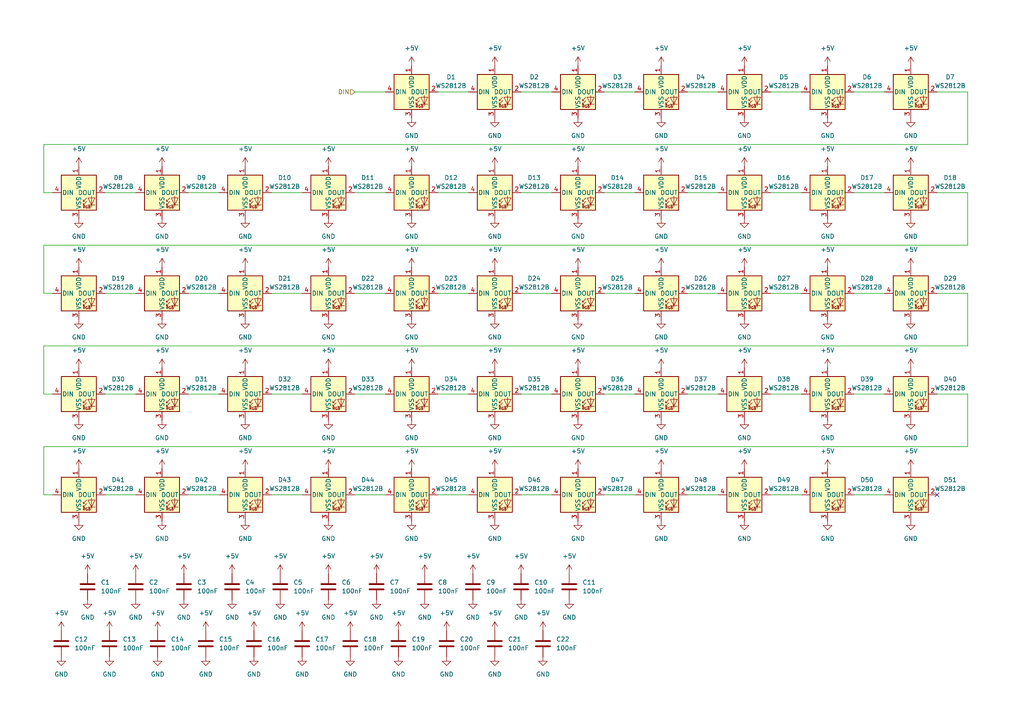
<source format=kicad_sch>
(kicad_sch (version 20211123) (generator eeschema)
  (paper "A4")
  (lib_symbols
    (symbol "Device:C" (pin_numbers hide) (pin_names (offset 0.254))
      (property "Reference" "C" (at 0.635 2.54 0))
      (property "Value" "C" (at 0.635 -2.54 0))
      (symbol "C_0_1"
        (polyline (pts (xy -2.032 -0.762) (xy 2.032 -0.762)) (stroke (width 0.508)))
        (polyline (pts (xy -2.032 0.762) (xy 2.032 0.762)) (stroke (width 0.508)))
      )
      (symbol "C_1_1"
        (pin passive line (at 0 3.81 270) (length 2.794) (name "~") (number "1"))
        (pin passive line (at 0 -3.81 90) (length 2.794) (name "~") (number "2"))
      )
    )
    (symbol "LED:WS2812B" (pin_names (offset 0.254))
      (property "Reference" "D" (at 5.08 5.715 0))
      (property "Value" "WS2812B" (at 1.27 -5.715 0))
      (symbol "WS2812B_0_0"
        (text "RGB" (at 2.286 -4.191 0) (effects (font (size 0.762 0.762))))
      )
      (symbol "WS2812B_0_1"
        (polyline (pts (xy 1.27 -3.556) (xy 1.778 -3.556)))
        (polyline (pts (xy 1.27 -2.54) (xy 1.778 -2.54)))
        (polyline (pts (xy 4.699 -3.556) (xy 2.667 -3.556)))
        (polyline (pts (xy 2.286 -2.54) (xy 1.27 -3.556) (xy 1.27 -3.048)))
        (polyline (pts (xy 2.286 -1.524) (xy 1.27 -2.54) (xy 1.27 -2.032)))
        (polyline (pts (xy 3.683 -1.016) (xy 3.683 -3.556) (xy 3.683 -4.064)))
        (polyline (pts (xy 4.699 -1.524) (xy 2.667 -1.524) (xy 3.683 -3.556) (xy 4.699 -1.524)))
        (rectangle (start 5.08 5.08) (end -5.08 -5.08) (stroke (width 0.254)) (fill (type background)))
      )
      (symbol "WS2812B_1_1"
        (pin power_in line (at 0 7.62 270) (length 2.54) (name "VDD") (number "1"))
        (pin output line (at 7.62 0 180) (length 2.54) (name "DOUT") (number "2"))
        (pin power_in line (at 0 -7.62 90) (length 2.54) (name "VSS") (number "3"))
        (pin input line (at -7.62 0 0) (length 2.54) (name "DIN") (number "4"))
      )
    )
    (symbol "power:+5V" (power) (pin_names (offset 0))
      (property "Value" "+5V" (at 0 3.556 0))
      (symbol "+5V_0_1"
        (polyline (pts (xy -0.762 1.27) (xy 0 2.54)))
        (polyline (pts (xy 0 0) (xy 0 2.54)))
        (polyline (pts (xy 0 2.54) (xy 0.762 1.27)))
      )
      (symbol "+5V_1_1"
        (pin power_in line (at 0 0 90) (length 0) hide (name "+5V") (number "1"))
      )
    )
    (symbol "power:GND" (power) (pin_names (offset 0))
      (property "Value" "GND" (at 0 -3.81 0))
      (symbol "GND_0_1"
        (polyline (pts (xy 0 0) (xy 0 -1.27) (xy 1.27 -1.27) (xy 0 -2.54) (xy -1.27 -1.27) (xy 0 -1.27)))
      )
      (symbol "GND_1_1"
        (pin power_in line (at 0 0 270) (length 0) hide (name "GND") (number "1"))
      )
    )
  )
  (no_connect (at 271.78 143.51))
  (wire (pts (xy 199.39 143.51) (xy 208.28 143.51)))
  (wire (pts (xy 280.67 129.54) (xy 12.7 129.54)))
  (wire (pts (xy 12.7 114.3) (xy 15.24 114.3)))
  (wire (pts (xy 247.65 55.88) (xy 256.54 55.88)))
  (wire (pts (xy 30.48 55.88) (xy 39.37 55.88)))
  (wire (pts (xy 151.13 26.67) (xy 160.02 26.67)))
  (wire (pts (xy 78.74 55.88) (xy 87.63 55.88)))
  (wire (pts (xy 199.39 55.88) (xy 208.28 55.88)))
  (wire (pts (xy 199.39 26.67) (xy 208.28 26.67)))
  (wire (pts (xy 280.67 71.12) (xy 12.7 71.12)))
  (wire (pts (xy 12.7 143.51) (xy 15.24 143.51)))
  (wire (pts (xy 223.52 114.3) (xy 232.41 114.3)))
  (wire (pts (xy 30.48 114.3) (xy 39.37 114.3)))
  (wire (pts (xy 199.39 85.09) (xy 208.28 85.09)))
  (wire (pts (xy 30.48 85.09) (xy 39.37 85.09)))
  (wire (pts (xy 102.87 55.88) (xy 111.76 55.88)))
  (wire (pts (xy 175.26 26.67) (xy 184.15 26.67)))
  (wire (pts (xy 127 85.09) (xy 135.89 85.09)))
  (wire (pts (xy 78.74 143.51) (xy 87.63 143.51)))
  (wire (pts (xy 127 143.51) (xy 135.89 143.51)))
  (wire (pts (xy 280.67 26.67) (xy 280.67 41.91)))
  (wire (pts (xy 102.87 26.67) (xy 111.76 26.67)))
  (wire (pts (xy 12.7 71.12) (xy 12.7 85.09)))
  (wire (pts (xy 199.39 114.3) (xy 208.28 114.3)))
  (wire (pts (xy 247.65 114.3) (xy 256.54 114.3)))
  (wire (pts (xy 12.7 129.54) (xy 12.7 143.51)))
  (wire (pts (xy 54.61 85.09) (xy 63.5 85.09)))
  (wire (pts (xy 12.7 55.88) (xy 15.24 55.88)))
  (wire (pts (xy 271.78 114.3) (xy 280.67 114.3)))
  (wire (pts (xy 280.67 85.09) (xy 280.67 100.33)))
  (wire (pts (xy 280.67 41.91) (xy 12.7 41.91)))
  (wire (pts (xy 280.67 55.88) (xy 280.67 71.12)))
  (wire (pts (xy 102.87 114.3) (xy 111.76 114.3)))
  (wire (pts (xy 78.74 114.3) (xy 87.63 114.3)))
  (wire (pts (xy 30.48 143.51) (xy 39.37 143.51)))
  (wire (pts (xy 223.52 143.51) (xy 232.41 143.51)))
  (wire (pts (xy 223.52 55.88) (xy 232.41 55.88)))
  (wire (pts (xy 175.26 143.51) (xy 184.15 143.51)))
  (wire (pts (xy 102.87 85.09) (xy 111.76 85.09)))
  (wire (pts (xy 12.7 41.91) (xy 12.7 55.88)))
  (wire (pts (xy 247.65 26.67) (xy 256.54 26.67)))
  (wire (pts (xy 280.67 100.33) (xy 12.7 100.33)))
  (wire (pts (xy 127 114.3) (xy 135.89 114.3)))
  (wire (pts (xy 247.65 85.09) (xy 256.54 85.09)))
  (wire (pts (xy 12.7 85.09) (xy 15.24 85.09)))
  (wire (pts (xy 151.13 55.88) (xy 160.02 55.88)))
  (wire (pts (xy 12.7 100.33) (xy 12.7 114.3)))
  (wire (pts (xy 280.67 114.3) (xy 280.67 129.54)))
  (wire (pts (xy 271.78 55.88) (xy 280.67 55.88)))
  (wire (pts (xy 127 55.88) (xy 135.89 55.88)))
  (wire (pts (xy 271.78 85.09) (xy 280.67 85.09)))
  (wire (pts (xy 223.52 26.67) (xy 232.41 26.67)))
  (wire (pts (xy 151.13 114.3) (xy 160.02 114.3)))
  (wire (pts (xy 271.78 26.67) (xy 280.67 26.67)))
  (wire (pts (xy 151.13 85.09) (xy 160.02 85.09)))
  (wire (pts (xy 54.61 55.88) (xy 63.5 55.88)))
  (wire (pts (xy 78.74 85.09) (xy 87.63 85.09)))
  (wire (pts (xy 175.26 85.09) (xy 184.15 85.09)))
  (wire (pts (xy 54.61 114.3) (xy 63.5 114.3)))
  (wire (pts (xy 223.52 85.09) (xy 232.41 85.09)))
  (wire (pts (xy 54.61 143.51) (xy 63.5 143.51)))
  (wire (pts (xy 127 26.67) (xy 135.89 26.67)))
  (wire (pts (xy 151.13 143.51) (xy 160.02 143.51)))
  (wire (pts (xy 175.26 55.88) (xy 184.15 55.88)))
  (wire (pts (xy 247.65 143.51) (xy 256.54 143.51)))
  (wire (pts (xy 175.26 114.3) (xy 184.15 114.3)))
  (wire (pts (xy 102.87 143.51) (xy 111.76 143.51)))
  (hierarchical_label "DIN" (shape input) (at 102.87 26.67 180))
  (symbol (lib_id "power:+5V") (at 215.9 106.68 0) (unit 1)
    (property "Reference" "#PWR067" (effects hide))
    (property "Value" "+5V" (at 215.9 101.6 0))
  )
  (symbol (lib_id "power:GND") (at 25.4 173.99 0) (unit 1)
    (property "Reference" "#PWR0114" (effects hide))
    (property "Value" "GND" (at 25.4 179.07 0))
  )
  (symbol (lib_id "power:GND") (at 240.03 92.71 0) (unit 1)
    (property "Reference" "#PWR057" (effects hide))
    (property "Value" "GND" (at 240.03 97.79 0))
  )
  (symbol (lib_id "power:GND") (at 46.99 121.92 0) (unit 1)
    (property "Reference" "#PWR071" (effects hide))
    (property "Value" "GND" (at 46.99 127 0))
  )
  (symbol (lib_id "Device:C") (at 151.13 170.18 0) (unit 1)
    (property "Reference" "C10" (at 154.94 168.9099 0) (effects (justify left)))
    (property "Value" "100nF" (at 154.94 171.4499 0) (effects (justify left)))
    (property "Footprint" "Capacitor_SMD:C_0603_1608Metric" (effects hide))
  )
  (symbol (lib_id "power:GND") (at 119.38 92.71 0) (unit 1)
    (property "Reference" "#PWR052" (effects hide))
    (property "Value" "GND" (at 119.38 97.79 0))
  )
  (symbol (lib_id "power:+5V") (at 167.64 77.47 0) (unit 1)
    (property "Reference" "#PWR043" (effects hide))
    (property "Value" "+5V" (at 167.64 72.39 0))
  )
  (symbol (lib_id "Device:C") (at 165.1 170.18 0) (unit 1)
    (property "Reference" "C11" (at 168.91 168.9099 0) (effects (justify left)))
    (property "Value" "100nF" (at 168.91 171.4499 0) (effects (justify left)))
    (property "Footprint" "Capacitor_SMD:C_0603_1608Metric" (effects hide))
  )
  (symbol (lib_id "LED:WS2812B") (at 95.25 85.09 0) (unit 1)
    (property "Reference" "D22" (at 106.68 80.7593 0))
    (property "Value" "WS2812B" (at 106.68 83.2993 0))
    (property "Footprint" "LCSC_parts:LED_WS2812B-Mini_3.5x3.5mm" (effects hide))
    (property "Datasheet" "https://cdn-shop.adafruit.com/datasheets/WS2812B.pdf" (effects hide))
  )
  (symbol (lib_id "LED:WS2812B") (at 264.16 55.88 0) (unit 1)
    (property "Reference" "D18" (at 275.59 51.5493 0))
    (property "Value" "WS2812B" (at 275.59 54.0893 0))
    (property "Footprint" "LCSC_parts:LED_WS2812B-Mini_3.5x3.5mm" (effects hide))
    (property "Datasheet" "https://cdn-shop.adafruit.com/datasheets/WS2812B.pdf" (effects hide))
  )
  (symbol (lib_id "power:GND") (at 215.9 151.13 0) (unit 1)
    (property "Reference" "#PWR0100" (effects hide))
    (property "Value" "GND" (at 215.9 156.21 0))
  )
  (symbol (lib_id "LED:WS2812B") (at 240.03 55.88 0) (unit 1)
    (property "Reference" "D17" (at 251.46 51.5493 0))
    (property "Value" "WS2812B" (at 251.46 54.0893 0))
    (property "Footprint" "LCSC_parts:LED_WS2812B-Mini_3.5x3.5mm" (effects hide))
    (property "Datasheet" "https://cdn-shop.adafruit.com/datasheets/WS2812B.pdf" (effects hide))
  )
  (symbol (lib_id "Device:C") (at 115.57 186.69 0) (unit 1)
    (property "Reference" "C19" (at 119.38 185.4199 0) (effects (justify left)))
    (property "Value" "100nF" (at 119.38 187.9599 0) (effects (justify left)))
    (property "Footprint" "Capacitor_SMD:C_0603_1608Metric" (effects hide))
  )
  (symbol (lib_id "power:+5V") (at 215.9 135.89 0) (unit 1)
    (property "Reference" "#PWR089" (effects hide))
    (property "Value" "+5V" (at 215.9 130.81 0))
  )
  (symbol (lib_id "power:+5V") (at 73.66 182.88 0) (unit 1)
    (property "Reference" "#PWR0150" (effects hide))
    (property "Value" "+5V" (at 73.66 177.8 0))
  )
  (symbol (lib_id "power:GND") (at 167.64 151.13 0) (unit 1)
    (property "Reference" "#PWR098" (effects hide))
    (property "Value" "GND" (at 167.64 156.21 0))
  )
  (symbol (lib_id "power:GND") (at 215.9 34.29 0) (unit 1)
    (property "Reference" "#PWR012" (effects hide))
    (property "Value" "GND" (at 215.9 39.37 0))
  )
  (symbol (lib_id "Device:C") (at 39.37 170.18 0) (unit 1)
    (property "Reference" "C2" (at 43.18 168.9099 0) (effects (justify left)))
    (property "Value" "100nF" (at 43.18 171.4499 0) (effects (justify left)))
    (property "Footprint" "Capacitor_SMD:C_0603_1608Metric" (effects hide))
  )
  (symbol (lib_id "power:GND") (at 143.51 190.5 0) (unit 1)
    (property "Reference" "#PWR0166" (effects hide))
    (property "Value" "GND" (at 143.51 195.58 0))
  )
  (symbol (lib_id "power:GND") (at 143.51 151.13 0) (unit 1)
    (property "Reference" "#PWR097" (effects hide))
    (property "Value" "GND" (at 143.51 156.21 0))
  )
  (symbol (lib_id "power:+5V") (at 25.4 166.37 0) (unit 1)
    (property "Reference" "#PWR0103" (effects hide))
    (property "Value" "+5V" (at 25.4 161.29 0))
  )
  (symbol (lib_id "LED:WS2812B") (at 240.03 143.51 0) (unit 1)
    (property "Reference" "D50" (at 251.46 139.1793 0))
    (property "Value" "WS2812B" (at 251.46 141.7193 0))
    (property "Footprint" "LCSC_parts:LED_WS2812B-Mini_3.5x3.5mm" (effects hide))
    (property "Datasheet" "https://cdn-shop.adafruit.com/datasheets/WS2812B.pdf" (effects hide))
  )
  (symbol (lib_id "power:+5V") (at 95.25 48.26 0) (unit 1)
    (property "Reference" "#PWR018" (effects hide))
    (property "Value" "+5V" (at 95.25 43.18 0))
  )
  (symbol (lib_id "LED:WS2812B") (at 143.51 55.88 0) (unit 1)
    (property "Reference" "D13" (at 154.94 51.5493 0))
    (property "Value" "WS2812B" (at 154.94 54.0893 0))
    (property "Footprint" "LCSC_parts:LED_WS2812B-Mini_3.5x3.5mm" (effects hide))
    (property "Datasheet" "https://cdn-shop.adafruit.com/datasheets/WS2812B.pdf" (effects hide))
  )
  (symbol (lib_id "power:+5V") (at 143.51 182.88 0) (unit 1)
    (property "Reference" "#PWR0155" (effects hide))
    (property "Value" "+5V" (at 143.51 177.8 0))
  )
  (symbol (lib_id "LED:WS2812B") (at 46.99 55.88 0) (unit 1)
    (property "Reference" "D9" (at 58.42 51.5493 0))
    (property "Value" "WS2812B" (at 58.42 54.0893 0))
    (property "Footprint" "LCSC_parts:LED_WS2812B-Mini_3.5x3.5mm" (effects hide))
    (property "Datasheet" "https://cdn-shop.adafruit.com/datasheets/WS2812B.pdf" (effects hide))
  )
  (symbol (lib_id "power:GND") (at 191.77 34.29 0) (unit 1)
    (property "Reference" "#PWR011" (effects hide))
    (property "Value" "GND" (at 191.77 39.37 0))
  )
  (symbol (lib_id "power:GND") (at 264.16 63.5 0) (unit 1)
    (property "Reference" "#PWR036" (effects hide))
    (property "Value" "GND" (at 264.16 68.58 0))
  )
  (symbol (lib_id "power:+5V") (at 119.38 77.47 0) (unit 1)
    (property "Reference" "#PWR041" (effects hide))
    (property "Value" "+5V" (at 119.38 72.39 0))
  )
  (symbol (lib_id "power:+5V") (at 191.77 135.89 0) (unit 1)
    (property "Reference" "#PWR088" (effects hide))
    (property "Value" "+5V" (at 191.77 130.81 0))
  )
  (symbol (lib_id "power:+5V") (at 31.75 182.88 0) (unit 1)
    (property "Reference" "#PWR0147" (effects hide))
    (property "Value" "+5V" (at 31.75 177.8 0))
  )
  (symbol (lib_id "power:+5V") (at 191.77 77.47 0) (unit 1)
    (property "Reference" "#PWR044" (effects hide))
    (property "Value" "+5V" (at 191.77 72.39 0))
  )
  (symbol (lib_id "power:GND") (at 95.25 121.92 0) (unit 1)
    (property "Reference" "#PWR073" (effects hide))
    (property "Value" "GND" (at 95.25 127 0))
  )
  (symbol (lib_id "power:+5V") (at 22.86 106.68 0) (unit 1)
    (property "Reference" "#PWR059" (effects hide))
    (property "Value" "+5V" (at 22.86 101.6 0))
  )
  (symbol (lib_id "LED:WS2812B") (at 191.77 26.67 0) (unit 1)
    (property "Reference" "D4" (at 203.2 22.3393 0))
    (property "Value" "WS2812B" (at 203.2 24.8793 0))
    (property "Footprint" "LCSC_parts:LED_WS2812B-Mini_3.5x3.5mm" (effects hide))
    (property "Datasheet" "https://cdn-shop.adafruit.com/datasheets/WS2812B.pdf" (effects hide))
  )
  (symbol (lib_id "LED:WS2812B") (at 167.64 85.09 0) (unit 1)
    (property "Reference" "D25" (at 179.07 80.7593 0))
    (property "Value" "WS2812B" (at 179.07 83.2993 0))
    (property "Footprint" "LCSC_parts:LED_WS2812B-Mini_3.5x3.5mm" (effects hide))
    (property "Datasheet" "https://cdn-shop.adafruit.com/datasheets/WS2812B.pdf" (effects hide))
  )
  (symbol (lib_id "power:GND") (at 119.38 121.92 0) (unit 1)
    (property "Reference" "#PWR074" (effects hide))
    (property "Value" "GND" (at 119.38 127 0))
  )
  (symbol (lib_id "LED:WS2812B") (at 143.51 114.3 0) (unit 1)
    (property "Reference" "D35" (at 154.94 109.9693 0))
    (property "Value" "WS2812B" (at 154.94 112.5093 0))
    (property "Footprint" "LCSC_parts:LED_WS2812B-Mini_3.5x3.5mm" (effects hide))
    (property "Datasheet" "https://cdn-shop.adafruit.com/datasheets/WS2812B.pdf" (effects hide))
  )
  (symbol (lib_id "Device:C") (at 53.34 170.18 0) (unit 1)
    (property "Reference" "C3" (at 57.15 168.9099 0) (effects (justify left)))
    (property "Value" "100nF" (at 57.15 171.4499 0) (effects (justify left)))
    (property "Footprint" "Capacitor_SMD:C_0603_1608Metric" (effects hide))
  )
  (symbol (lib_id "LED:WS2812B") (at 71.12 55.88 0) (unit 1)
    (property "Reference" "D10" (at 82.55 51.5493 0))
    (property "Value" "WS2812B" (at 82.55 54.0893 0))
    (property "Footprint" "LCSC_parts:LED_WS2812B-Mini_3.5x3.5mm" (effects hide))
    (property "Datasheet" "https://cdn-shop.adafruit.com/datasheets/WS2812B.pdf" (effects hide))
  )
  (symbol (lib_id "Device:C") (at 45.72 186.69 0) (unit 1)
    (property "Reference" "C14" (at 49.53 185.4199 0) (effects (justify left)))
    (property "Value" "100nF" (at 49.53 187.9599 0) (effects (justify left)))
    (property "Footprint" "Capacitor_SMD:C_0603_1608Metric" (effects hide))
  )
  (symbol (lib_id "power:GND") (at 46.99 63.5 0) (unit 1)
    (property "Reference" "#PWR027" (effects hide))
    (property "Value" "GND" (at 46.99 68.58 0))
  )
  (symbol (lib_id "power:GND") (at 191.77 121.92 0) (unit 1)
    (property "Reference" "#PWR077" (effects hide))
    (property "Value" "GND" (at 191.77 127 0))
  )
  (symbol (lib_id "power:+5V") (at 191.77 106.68 0) (unit 1)
    (property "Reference" "#PWR066" (effects hide))
    (property "Value" "+5V" (at 191.77 101.6 0))
  )
  (symbol (lib_id "Device:C") (at 67.31 170.18 0) (unit 1)
    (property "Reference" "C4" (at 71.12 168.9099 0) (effects (justify left)))
    (property "Value" "100nF" (at 71.12 171.4499 0) (effects (justify left)))
    (property "Footprint" "Capacitor_SMD:C_0603_1608Metric" (effects hide))
  )
  (symbol (lib_id "Device:C") (at 59.69 186.69 0) (unit 1)
    (property "Reference" "C15" (at 63.5 185.4199 0) (effects (justify left)))
    (property "Value" "100nF" (at 63.5 187.9599 0) (effects (justify left)))
    (property "Footprint" "Capacitor_SMD:C_0603_1608Metric" (effects hide))
  )
  (symbol (lib_id "power:GND") (at 191.77 151.13 0) (unit 1)
    (property "Reference" "#PWR099" (effects hide))
    (property "Value" "GND" (at 191.77 156.21 0))
  )
  (symbol (lib_id "power:+5V") (at 81.28 166.37 0) (unit 1)
    (property "Reference" "#PWR0107" (effects hide))
    (property "Value" "+5V" (at 81.28 161.29 0))
  )
  (symbol (lib_id "power:+5V") (at 264.16 77.47 0) (unit 1)
    (property "Reference" "#PWR047" (effects hide))
    (property "Value" "+5V" (at 264.16 72.39 0))
  )
  (symbol (lib_id "LED:WS2812B") (at 119.38 114.3 0) (unit 1)
    (property "Reference" "D34" (at 130.81 109.9693 0))
    (property "Value" "WS2812B" (at 130.81 112.5093 0))
    (property "Footprint" "LCSC_parts:LED_WS2812B-Mini_3.5x3.5mm" (effects hide))
    (property "Datasheet" "https://cdn-shop.adafruit.com/datasheets/WS2812B.pdf" (effects hide))
  )
  (symbol (lib_id "LED:WS2812B") (at 143.51 143.51 0) (unit 1)
    (property "Reference" "D46" (at 154.94 139.1793 0))
    (property "Value" "WS2812B" (at 154.94 141.7193 0))
    (property "Footprint" "LCSC_parts:LED_WS2812B-Mini_3.5x3.5mm" (effects hide))
    (property "Datasheet" "https://cdn-shop.adafruit.com/datasheets/WS2812B.pdf" (effects hide))
  )
  (symbol (lib_id "power:GND") (at 31.75 190.5 0) (unit 1)
    (property "Reference" "#PWR0158" (effects hide))
    (property "Value" "GND" (at 31.75 195.58 0))
  )
  (symbol (lib_id "power:GND") (at 22.86 151.13 0) (unit 1)
    (property "Reference" "#PWR092" (effects hide))
    (property "Value" "GND" (at 22.86 156.21 0))
  )
  (symbol (lib_id "Device:C") (at 25.4 170.18 0) (unit 1)
    (property "Reference" "C1" (at 29.21 168.9099 0) (effects (justify left)))
    (property "Value" "100nF" (at 29.21 171.4499 0) (effects (justify left)))
    (property "Footprint" "Capacitor_SMD:C_0603_1608Metric" (effects hide))
  )
  (symbol (lib_id "LED:WS2812B") (at 215.9 85.09 0) (unit 1)
    (property "Reference" "D27" (at 227.33 80.7593 0))
    (property "Value" "WS2812B" (at 227.33 83.2993 0))
    (property "Footprint" "LCSC_parts:LED_WS2812B-Mini_3.5x3.5mm" (effects hide))
    (property "Datasheet" "https://cdn-shop.adafruit.com/datasheets/WS2812B.pdf" (effects hide))
  )
  (symbol (lib_id "power:+5V") (at 95.25 77.47 0) (unit 1)
    (property "Reference" "#PWR040" (effects hide))
    (property "Value" "+5V" (at 95.25 72.39 0))
  )
  (symbol (lib_id "Device:C") (at 129.54 186.69 0) (unit 1)
    (property "Reference" "C20" (at 133.35 185.4199 0) (effects (justify left)))
    (property "Value" "100nF" (at 133.35 187.9599 0) (effects (justify left)))
    (property "Footprint" "Capacitor_SMD:C_0603_1608Metric" (effects hide))
  )
  (symbol (lib_id "power:+5V") (at 137.16 166.37 0) (unit 1)
    (property "Reference" "#PWR0111" (effects hide))
    (property "Value" "+5V" (at 137.16 161.29 0))
  )
  (symbol (lib_id "power:+5V") (at 167.64 106.68 0) (unit 1)
    (property "Reference" "#PWR065" (effects hide))
    (property "Value" "+5V" (at 167.64 101.6 0))
  )
  (symbol (lib_id "LED:WS2812B") (at 191.77 143.51 0) (unit 1)
    (property "Reference" "D48" (at 203.2 139.1793 0))
    (property "Value" "WS2812B" (at 203.2 141.7193 0))
    (property "Footprint" "LCSC_parts:LED_WS2812B-Mini_3.5x3.5mm" (effects hide))
    (property "Datasheet" "https://cdn-shop.adafruit.com/datasheets/WS2812B.pdf" (effects hide))
  )
  (symbol (lib_id "power:GND") (at 53.34 173.99 0) (unit 1)
    (property "Reference" "#PWR0116" (effects hide))
    (property "Value" "GND" (at 53.34 179.07 0))
  )
  (symbol (lib_id "LED:WS2812B") (at 119.38 55.88 0) (unit 1)
    (property "Reference" "D12" (at 130.81 51.5493 0))
    (property "Value" "WS2812B" (at 130.81 54.0893 0))
    (property "Footprint" "LCSC_parts:LED_WS2812B-Mini_3.5x3.5mm" (effects hide))
    (property "Datasheet" "https://cdn-shop.adafruit.com/datasheets/WS2812B.pdf" (effects hide))
  )
  (symbol (lib_id "power:+5V") (at 115.57 182.88 0) (unit 1)
    (property "Reference" "#PWR0153" (effects hide))
    (property "Value" "+5V" (at 115.57 177.8 0))
  )
  (symbol (lib_id "power:+5V") (at 264.16 135.89 0) (unit 1)
    (property "Reference" "#PWR091" (effects hide))
    (property "Value" "+5V" (at 264.16 130.81 0))
  )
  (symbol (lib_id "Device:C") (at 157.48 186.69 0) (unit 1)
    (property "Reference" "C22" (at 161.29 185.4199 0) (effects (justify left)))
    (property "Value" "100nF" (at 161.29 187.9599 0) (effects (justify left)))
    (property "Footprint" "Capacitor_SMD:C_0603_1608Metric" (effects hide))
  )
  (symbol (lib_id "LED:WS2812B") (at 191.77 114.3 0) (unit 1)
    (property "Reference" "D37" (at 203.2 109.9693 0))
    (property "Value" "WS2812B" (at 203.2 112.5093 0))
    (property "Footprint" "LCSC_parts:LED_WS2812B-Mini_3.5x3.5mm" (effects hide))
    (property "Datasheet" "https://cdn-shop.adafruit.com/datasheets/WS2812B.pdf" (effects hide))
  )
  (symbol (lib_id "LED:WS2812B") (at 240.03 85.09 0) (unit 1)
    (property "Reference" "D28" (at 251.46 80.7593 0))
    (property "Value" "WS2812B" (at 251.46 83.2993 0))
    (property "Footprint" "LCSC_parts:LED_WS2812B-Mini_3.5x3.5mm" (effects hide))
    (property "Datasheet" "https://cdn-shop.adafruit.com/datasheets/WS2812B.pdf" (effects hide))
  )
  (symbol (lib_id "Device:C") (at 109.22 170.18 0) (unit 1)
    (property "Reference" "C7" (at 113.03 168.9099 0) (effects (justify left)))
    (property "Value" "100nF" (at 113.03 171.4499 0) (effects (justify left)))
    (property "Footprint" "Capacitor_SMD:C_0603_1608Metric" (effects hide))
  )
  (symbol (lib_id "LED:WS2812B") (at 167.64 114.3 0) (unit 1)
    (property "Reference" "D36" (at 179.07 109.9693 0))
    (property "Value" "WS2812B" (at 179.07 112.5093 0))
    (property "Footprint" "LCSC_parts:LED_WS2812B-Mini_3.5x3.5mm" (effects hide))
    (property "Datasheet" "https://cdn-shop.adafruit.com/datasheets/WS2812B.pdf" (effects hide))
  )
  (symbol (lib_id "power:+5V") (at 67.31 166.37 0) (unit 1)
    (property "Reference" "#PWR0106" (effects hide))
    (property "Value" "+5V" (at 67.31 161.29 0))
  )
  (symbol (lib_id "power:+5V") (at 264.16 106.68 0) (unit 1)
    (property "Reference" "#PWR069" (effects hide))
    (property "Value" "+5V" (at 264.16 101.6 0))
  )
  (symbol (lib_id "power:GND") (at 109.22 173.99 0) (unit 1)
    (property "Reference" "#PWR0120" (effects hide))
    (property "Value" "GND" (at 109.22 179.07 0))
  )
  (symbol (lib_id "power:GND") (at 151.13 173.99 0) (unit 1)
    (property "Reference" "#PWR0123" (effects hide))
    (property "Value" "GND" (at 151.13 179.07 0))
  )
  (symbol (lib_id "LED:WS2812B") (at 46.99 85.09 0) (unit 1)
    (property "Reference" "D20" (at 58.42 80.7593 0))
    (property "Value" "WS2812B" (at 58.42 83.2993 0))
    (property "Footprint" "LCSC_parts:LED_WS2812B-Mini_3.5x3.5mm" (effects hide))
    (property "Datasheet" "https://cdn-shop.adafruit.com/datasheets/WS2812B.pdf" (effects hide))
  )
  (symbol (lib_id "power:GND") (at 115.57 190.5 0) (unit 1)
    (property "Reference" "#PWR0164" (effects hide))
    (property "Value" "GND" (at 115.57 195.58 0))
  )
  (symbol (lib_id "power:GND") (at 143.51 63.5 0) (unit 1)
    (property "Reference" "#PWR031" (effects hide))
    (property "Value" "GND" (at 143.51 68.58 0))
  )
  (symbol (lib_id "power:+5V") (at 151.13 166.37 0) (unit 1)
    (property "Reference" "#PWR0112" (effects hide))
    (property "Value" "+5V" (at 151.13 161.29 0))
  )
  (symbol (lib_id "power:+5V") (at 95.25 135.89 0) (unit 1)
    (property "Reference" "#PWR084" (effects hide))
    (property "Value" "+5V" (at 95.25 130.81 0))
  )
  (symbol (lib_id "power:GND") (at 157.48 190.5 0) (unit 1)
    (property "Reference" "#PWR0167" (effects hide))
    (property "Value" "GND" (at 157.48 195.58 0))
  )
  (symbol (lib_id "power:GND") (at 129.54 190.5 0) (unit 1)
    (property "Reference" "#PWR0165" (effects hide))
    (property "Value" "GND" (at 129.54 195.58 0))
  )
  (symbol (lib_id "power:+5V") (at 264.16 48.26 0) (unit 1)
    (property "Reference" "#PWR025" (effects hide))
    (property "Value" "+5V" (at 264.16 43.18 0))
  )
  (symbol (lib_id "LED:WS2812B") (at 240.03 26.67 0) (unit 1)
    (property "Reference" "D6" (at 251.46 22.3393 0))
    (property "Value" "WS2812B" (at 251.46 24.8793 0))
    (property "Footprint" "LCSC_parts:LED_WS2812B-Mini_3.5x3.5mm" (effects hide))
    (property "Datasheet" "https://cdn-shop.adafruit.com/datasheets/WS2812B.pdf" (effects hide))
  )
  (symbol (lib_id "LED:WS2812B") (at 95.25 55.88 0) (unit 1)
    (property "Reference" "D11" (at 106.68 51.5493 0))
    (property "Value" "WS2812B" (at 106.68 54.0893 0))
    (property "Footprint" "LCSC_parts:LED_WS2812B-Mini_3.5x3.5mm" (effects hide))
    (property "Datasheet" "https://cdn-shop.adafruit.com/datasheets/WS2812B.pdf" (effects hide))
  )
  (symbol (lib_id "Device:C") (at 143.51 186.69 0) (unit 1)
    (property "Reference" "C21" (at 147.32 185.4199 0) (effects (justify left)))
    (property "Value" "100nF" (at 147.32 187.9599 0) (effects (justify left)))
    (property "Footprint" "Capacitor_SMD:C_0603_1608Metric" (effects hide))
  )
  (symbol (lib_id "power:GND") (at 95.25 173.99 0) (unit 1)
    (property "Reference" "#PWR0119" (effects hide))
    (property "Value" "GND" (at 95.25 179.07 0))
  )
  (symbol (lib_id "power:GND") (at 95.25 92.71 0) (unit 1)
    (property "Reference" "#PWR051" (effects hide))
    (property "Value" "GND" (at 95.25 97.79 0))
  )
  (symbol (lib_id "power:+5V") (at 215.9 19.05 0) (unit 1)
    (property "Reference" "#PWR05" (effects hide))
    (property "Value" "+5V" (at 215.9 13.97 0))
  )
  (symbol (lib_id "power:GND") (at 17.78 190.5 0) (unit 1)
    (property "Reference" "#PWR0157" (effects hide))
    (property "Value" "GND" (at 17.78 195.58 0))
  )
  (symbol (lib_id "power:+5V") (at 71.12 106.68 0) (unit 1)
    (property "Reference" "#PWR061" (effects hide))
    (property "Value" "+5V" (at 71.12 101.6 0))
  )
  (symbol (lib_id "power:+5V") (at 71.12 77.47 0) (unit 1)
    (property "Reference" "#PWR039" (effects hide))
    (property "Value" "+5V" (at 71.12 72.39 0))
  )
  (symbol (lib_id "LED:WS2812B") (at 46.99 143.51 0) (unit 1)
    (property "Reference" "D42" (at 58.42 139.1793 0))
    (property "Value" "WS2812B" (at 58.42 141.7193 0))
    (property "Footprint" "LCSC_parts:LED_WS2812B-Mini_3.5x3.5mm" (effects hide))
    (property "Datasheet" "https://cdn-shop.adafruit.com/datasheets/WS2812B.pdf" (effects hide))
  )
  (symbol (lib_id "power:GND") (at 39.37 173.99 0) (unit 1)
    (property "Reference" "#PWR0115" (effects hide))
    (property "Value" "GND" (at 39.37 179.07 0))
  )
  (symbol (lib_id "power:GND") (at 167.64 63.5 0) (unit 1)
    (property "Reference" "#PWR032" (effects hide))
    (property "Value" "GND" (at 167.64 68.58 0))
  )
  (symbol (lib_id "power:+5V") (at 119.38 106.68 0) (unit 1)
    (property "Reference" "#PWR063" (effects hide))
    (property "Value" "+5V" (at 119.38 101.6 0))
  )
  (symbol (lib_id "power:+5V") (at 240.03 77.47 0) (unit 1)
    (property "Reference" "#PWR046" (effects hide))
    (property "Value" "+5V" (at 240.03 72.39 0))
  )
  (symbol (lib_id "power:GND") (at 240.03 63.5 0) (unit 1)
    (property "Reference" "#PWR035" (effects hide))
    (property "Value" "GND" (at 240.03 68.58 0))
  )
  (symbol (lib_id "power:+5V") (at 264.16 19.05 0) (unit 1)
    (property "Reference" "#PWR07" (effects hide))
    (property "Value" "+5V" (at 264.16 13.97 0))
  )
  (symbol (lib_id "Device:C") (at 95.25 170.18 0) (unit 1)
    (property "Reference" "C6" (at 99.06 168.9099 0) (effects (justify left)))
    (property "Value" "100nF" (at 99.06 171.4499 0) (effects (justify left)))
    (property "Footprint" "Capacitor_SMD:C_0603_1608Metric" (effects hide))
  )
  (symbol (lib_id "LED:WS2812B") (at 264.16 26.67 0) (unit 1)
    (property "Reference" "D7" (at 275.59 22.3393 0))
    (property "Value" "WS2812B" (at 275.59 24.8793 0))
    (property "Footprint" "LCSC_parts:LED_WS2812B-Mini_3.5x3.5mm" (effects hide))
    (property "Datasheet" "https://cdn-shop.adafruit.com/datasheets/WS2812B.pdf" (effects hide))
  )
  (symbol (lib_id "LED:WS2812B") (at 264.16 143.51 0) (unit 1)
    (property "Reference" "D51" (at 275.59 139.1793 0))
    (property "Value" "WS2812B" (at 275.59 141.7193 0))
    (property "Footprint" "LCSC_parts:LED_WS2812B-Mini_3.5x3.5mm" (effects hide))
    (property "Datasheet" "https://cdn-shop.adafruit.com/datasheets/WS2812B.pdf" (effects hide))
  )
  (symbol (lib_id "power:+5V") (at 109.22 166.37 0) (unit 1)
    (property "Reference" "#PWR0109" (effects hide))
    (property "Value" "+5V" (at 109.22 161.29 0))
  )
  (symbol (lib_id "power:+5V") (at 165.1 166.37 0) (unit 1)
    (property "Reference" "#PWR0113" (effects hide))
    (property "Value" "+5V" (at 165.1 161.29 0))
  )
  (symbol (lib_id "power:+5V") (at 71.12 135.89 0) (unit 1)
    (property "Reference" "#PWR083" (effects hide))
    (property "Value" "+5V" (at 71.12 130.81 0))
  )
  (symbol (lib_id "LED:WS2812B") (at 22.86 55.88 0) (unit 1)
    (property "Reference" "D8" (at 34.29 51.5493 0))
    (property "Value" "WS2812B" (at 34.29 54.0893 0))
    (property "Footprint" "LCSC_parts:LED_WS2812B-Mini_3.5x3.5mm" (effects hide))
    (property "Datasheet" "https://cdn-shop.adafruit.com/datasheets/WS2812B.pdf" (effects hide))
  )
  (symbol (lib_id "power:+5V") (at 240.03 48.26 0) (unit 1)
    (property "Reference" "#PWR024" (effects hide))
    (property "Value" "+5V" (at 240.03 43.18 0))
  )
  (symbol (lib_id "LED:WS2812B") (at 95.25 143.51 0) (unit 1)
    (property "Reference" "D44" (at 106.68 139.1793 0))
    (property "Value" "WS2812B" (at 106.68 141.7193 0))
    (property "Footprint" "LCSC_parts:LED_WS2812B-Mini_3.5x3.5mm" (effects hide))
    (property "Datasheet" "https://cdn-shop.adafruit.com/datasheets/WS2812B.pdf" (effects hide))
  )
  (symbol (lib_id "LED:WS2812B") (at 264.16 85.09 0) (unit 1)
    (property "Reference" "D29" (at 275.59 80.7593 0))
    (property "Value" "WS2812B" (at 275.59 83.2993 0))
    (property "Footprint" "LCSC_parts:LED_WS2812B-Mini_3.5x3.5mm" (effects hide))
    (property "Datasheet" "https://cdn-shop.adafruit.com/datasheets/WS2812B.pdf" (effects hide))
  )
  (symbol (lib_id "power:GND") (at 240.03 151.13 0) (unit 1)
    (property "Reference" "#PWR0101" (effects hide))
    (property "Value" "GND" (at 240.03 156.21 0))
  )
  (symbol (lib_id "power:GND") (at 191.77 63.5 0) (unit 1)
    (property "Reference" "#PWR033" (effects hide))
    (property "Value" "GND" (at 191.77 68.58 0))
  )
  (symbol (lib_id "power:+5V") (at 157.48 182.88 0) (unit 1)
    (property "Reference" "#PWR0156" (effects hide))
    (property "Value" "+5V" (at 157.48 177.8 0))
  )
  (symbol (lib_id "power:GND") (at 240.03 34.29 0) (unit 1)
    (property "Reference" "#PWR013" (effects hide))
    (property "Value" "GND" (at 240.03 39.37 0))
  )
  (symbol (lib_id "power:+5V") (at 167.64 19.05 0) (unit 1)
    (property "Reference" "#PWR03" (effects hide))
    (property "Value" "+5V" (at 167.64 13.97 0))
  )
  (symbol (lib_id "power:GND") (at 46.99 92.71 0) (unit 1)
    (property "Reference" "#PWR049" (effects hide))
    (property "Value" "GND" (at 46.99 97.79 0))
  )
  (symbol (lib_id "power:GND") (at 67.31 173.99 0) (unit 1)
    (property "Reference" "#PWR0117" (effects hide))
    (property "Value" "GND" (at 67.31 179.07 0))
  )
  (symbol (lib_id "LED:WS2812B") (at 119.38 85.09 0) (unit 1)
    (property "Reference" "D23" (at 130.81 80.7593 0))
    (property "Value" "WS2812B" (at 130.81 83.2993 0))
    (property "Footprint" "LCSC_parts:LED_WS2812B-Mini_3.5x3.5mm" (effects hide))
    (property "Datasheet" "https://cdn-shop.adafruit.com/datasheets/WS2812B.pdf" (effects hide))
  )
  (symbol (lib_id "LED:WS2812B") (at 143.51 26.67 0) (unit 1)
    (property "Reference" "D2" (at 154.94 22.3393 0))
    (property "Value" "WS2812B" (at 154.94 24.8793 0))
    (property "Footprint" "LCSC_parts:LED_WS2812B-Mini_3.5x3.5mm" (effects hide))
    (property "Datasheet" "https://cdn-shop.adafruit.com/datasheets/WS2812B.pdf" (effects hide))
  )
  (symbol (lib_id "LED:WS2812B") (at 71.12 143.51 0) (unit 1)
    (property "Reference" "D43" (at 82.55 139.1793 0))
    (property "Value" "WS2812B" (at 82.55 141.7193 0))
    (property "Footprint" "LCSC_parts:LED_WS2812B-Mini_3.5x3.5mm" (effects hide))
    (property "Datasheet" "https://cdn-shop.adafruit.com/datasheets/WS2812B.pdf" (effects hide))
  )
  (symbol (lib_id "Device:C") (at 87.63 186.69 0) (unit 1)
    (property "Reference" "C17" (at 91.44 185.4199 0) (effects (justify left)))
    (property "Value" "100nF" (at 91.44 187.9599 0) (effects (justify left)))
    (property "Footprint" "Capacitor_SMD:C_0603_1608Metric" (effects hide))
  )
  (symbol (lib_id "power:GND") (at 71.12 151.13 0) (unit 1)
    (property "Reference" "#PWR094" (effects hide))
    (property "Value" "GND" (at 71.12 156.21 0))
  )
  (symbol (lib_id "power:GND") (at 143.51 121.92 0) (unit 1)
    (property "Reference" "#PWR075" (effects hide))
    (property "Value" "GND" (at 143.51 127 0))
  )
  (symbol (lib_id "power:+5V") (at 71.12 48.26 0) (unit 1)
    (property "Reference" "#PWR017" (effects hide))
    (property "Value" "+5V" (at 71.12 43.18 0))
  )
  (symbol (lib_id "LED:WS2812B") (at 240.03 114.3 0) (unit 1)
    (property "Reference" "D39" (at 251.46 109.9693 0))
    (property "Value" "WS2812B" (at 251.46 112.5093 0))
    (property "Footprint" "LCSC_parts:LED_WS2812B-Mini_3.5x3.5mm" (effects hide))
    (property "Datasheet" "https://cdn-shop.adafruit.com/datasheets/WS2812B.pdf" (effects hide))
  )
  (symbol (lib_id "power:+5V") (at 22.86 135.89 0) (unit 1)
    (property "Reference" "#PWR081" (effects hide))
    (property "Value" "+5V" (at 22.86 130.81 0))
  )
  (symbol (lib_id "power:+5V") (at 191.77 19.05 0) (unit 1)
    (property "Reference" "#PWR04" (effects hide))
    (property "Value" "+5V" (at 191.77 13.97 0))
  )
  (symbol (lib_id "LED:WS2812B") (at 264.16 114.3 0) (unit 1)
    (property "Reference" "D40" (at 275.59 109.9693 0))
    (property "Value" "WS2812B" (at 275.59 112.5093 0))
    (property "Footprint" "LCSC_parts:LED_WS2812B-Mini_3.5x3.5mm" (effects hide))
    (property "Datasheet" "https://cdn-shop.adafruit.com/datasheets/WS2812B.pdf" (effects hide))
  )
  (symbol (lib_id "power:+5V") (at 45.72 182.88 0) (unit 1)
    (property "Reference" "#PWR0148" (effects hide))
    (property "Value" "+5V" (at 45.72 177.8 0))
  )
  (symbol (lib_id "power:GND") (at 87.63 190.5 0) (unit 1)
    (property "Reference" "#PWR0162" (effects hide))
    (property "Value" "GND" (at 87.63 195.58 0))
  )
  (symbol (lib_id "power:GND") (at 167.64 92.71 0) (unit 1)
    (property "Reference" "#PWR054" (effects hide))
    (property "Value" "GND" (at 167.64 97.79 0))
  )
  (symbol (lib_id "power:+5V") (at 53.34 166.37 0) (unit 1)
    (property "Reference" "#PWR0105" (effects hide))
    (property "Value" "+5V" (at 53.34 161.29 0))
  )
  (symbol (lib_id "power:+5V") (at 39.37 166.37 0) (unit 1)
    (property "Reference" "#PWR0104" (effects hide))
    (property "Value" "+5V" (at 39.37 161.29 0))
  )
  (symbol (lib_id "power:+5V") (at 215.9 77.47 0) (unit 1)
    (property "Reference" "#PWR045" (effects hide))
    (property "Value" "+5V" (at 215.9 72.39 0))
  )
  (symbol (lib_id "power:+5V") (at 59.69 182.88 0) (unit 1)
    (property "Reference" "#PWR0149" (effects hide))
    (property "Value" "+5V" (at 59.69 177.8 0))
  )
  (symbol (lib_id "power:GND") (at 215.9 63.5 0) (unit 1)
    (property "Reference" "#PWR034" (effects hide))
    (property "Value" "GND" (at 215.9 68.58 0))
  )
  (symbol (lib_id "LED:WS2812B") (at 71.12 85.09 0) (unit 1)
    (property "Reference" "D21" (at 82.55 80.7593 0))
    (property "Value" "WS2812B" (at 82.55 83.2993 0))
    (property "Footprint" "LCSC_parts:LED_WS2812B-Mini_3.5x3.5mm" (effects hide))
    (property "Datasheet" "https://cdn-shop.adafruit.com/datasheets/WS2812B.pdf" (effects hide))
  )
  (symbol (lib_id "LED:WS2812B") (at 22.86 143.51 0) (unit 1)
    (property "Reference" "D41" (at 34.29 139.1793 0))
    (property "Value" "WS2812B" (at 34.29 141.7193 0))
    (property "Footprint" "LCSC_parts:LED_WS2812B-Mini_3.5x3.5mm" (effects hide))
    (property "Datasheet" "https://cdn-shop.adafruit.com/datasheets/WS2812B.pdf" (effects hide))
  )
  (symbol (lib_id "power:+5V") (at 119.38 48.26 0) (unit 1)
    (property "Reference" "#PWR019" (effects hide))
    (property "Value" "+5V" (at 119.38 43.18 0))
  )
  (symbol (lib_id "power:GND") (at 22.86 92.71 0) (unit 1)
    (property "Reference" "#PWR048" (effects hide))
    (property "Value" "GND" (at 22.86 97.79 0))
  )
  (symbol (lib_id "power:+5V") (at 240.03 135.89 0) (unit 1)
    (property "Reference" "#PWR090" (effects hide))
    (property "Value" "+5V" (at 240.03 130.81 0))
  )
  (symbol (lib_id "LED:WS2812B") (at 95.25 114.3 0) (unit 1)
    (property "Reference" "D33" (at 106.68 109.9693 0))
    (property "Value" "WS2812B" (at 106.68 112.5093 0))
    (property "Footprint" "LCSC_parts:LED_WS2812B-Mini_3.5x3.5mm" (effects hide))
    (property "Datasheet" "https://cdn-shop.adafruit.com/datasheets/WS2812B.pdf" (effects hide))
  )
  (symbol (lib_id "Device:C") (at 31.75 186.69 0) (unit 1)
    (property "Reference" "C13" (at 35.56 185.4199 0) (effects (justify left)))
    (property "Value" "100nF" (at 35.56 187.9599 0) (effects (justify left)))
    (property "Footprint" "Capacitor_SMD:C_0603_1608Metric" (effects hide))
  )
  (symbol (lib_id "power:+5V") (at 167.64 135.89 0) (unit 1)
    (property "Reference" "#PWR087" (effects hide))
    (property "Value" "+5V" (at 167.64 130.81 0))
  )
  (symbol (lib_id "power:GND") (at 71.12 63.5 0) (unit 1)
    (property "Reference" "#PWR028" (effects hide))
    (property "Value" "GND" (at 71.12 68.58 0))
  )
  (symbol (lib_id "LED:WS2812B") (at 119.38 26.67 0) (unit 1)
    (property "Reference" "D1" (at 130.81 22.3393 0))
    (property "Value" "WS2812B" (at 130.81 24.8793 0))
    (property "Footprint" "LCSC_parts:LED_WS2812B-Mini_3.5x3.5mm" (effects hide))
    (property "Datasheet" "https://cdn-shop.adafruit.com/datasheets/WS2812B.pdf" (effects hide))
  )
  (symbol (lib_id "power:GND") (at 119.38 151.13 0) (unit 1)
    (property "Reference" "#PWR096" (effects hide))
    (property "Value" "GND" (at 119.38 156.21 0))
  )
  (symbol (lib_id "power:GND") (at 95.25 63.5 0) (unit 1)
    (property "Reference" "#PWR029" (effects hide))
    (property "Value" "GND" (at 95.25 68.58 0))
  )
  (symbol (lib_id "power:GND") (at 264.16 151.13 0) (unit 1)
    (property "Reference" "#PWR0102" (effects hide))
    (property "Value" "GND" (at 264.16 156.21 0))
  )
  (symbol (lib_id "power:+5V") (at 95.25 106.68 0) (unit 1)
    (property "Reference" "#PWR062" (effects hide))
    (property "Value" "+5V" (at 95.25 101.6 0))
  )
  (symbol (lib_id "power:GND") (at 22.86 63.5 0) (unit 1)
    (property "Reference" "#PWR026" (effects hide))
    (property "Value" "GND" (at 22.86 68.58 0))
  )
  (symbol (lib_id "power:+5V") (at 22.86 48.26 0) (unit 1)
    (property "Reference" "#PWR015" (effects hide))
    (property "Value" "+5V" (at 22.86 43.18 0))
  )
  (symbol (lib_id "LED:WS2812B") (at 215.9 143.51 0) (unit 1)
    (property "Reference" "D49" (at 227.33 139.1793 0))
    (property "Value" "WS2812B" (at 227.33 141.7193 0))
    (property "Footprint" "LCSC_parts:LED_WS2812B-Mini_3.5x3.5mm" (effects hide))
    (property "Datasheet" "https://cdn-shop.adafruit.com/datasheets/WS2812B.pdf" (effects hide))
  )
  (symbol (lib_id "power:+5V") (at 95.25 166.37 0) (unit 1)
    (property "Reference" "#PWR0108" (effects hide))
    (property "Value" "+5V" (at 95.25 161.29 0))
  )
  (symbol (lib_id "LED:WS2812B") (at 143.51 85.09 0) (unit 1)
    (property "Reference" "D24" (at 154.94 80.7593 0))
    (property "Value" "WS2812B" (at 154.94 83.2993 0))
    (property "Footprint" "LCSC_parts:LED_WS2812B-Mini_3.5x3.5mm" (effects hide))
    (property "Datasheet" "https://cdn-shop.adafruit.com/datasheets/WS2812B.pdf" (effects hide))
  )
  (symbol (lib_id "LED:WS2812B") (at 167.64 143.51 0) (unit 1)
    (property "Reference" "D47" (at 179.07 139.1793 0))
    (property "Value" "WS2812B" (at 179.07 141.7193 0))
    (property "Footprint" "LCSC_parts:LED_WS2812B-Mini_3.5x3.5mm" (effects hide))
    (property "Datasheet" "https://cdn-shop.adafruit.com/datasheets/WS2812B.pdf" (effects hide))
  )
  (symbol (lib_id "power:+5V") (at 46.99 135.89 0) (unit 1)
    (property "Reference" "#PWR082" (effects hide))
    (property "Value" "+5V" (at 46.99 130.81 0))
  )
  (symbol (lib_id "power:GND") (at 71.12 92.71 0) (unit 1)
    (property "Reference" "#PWR050" (effects hide))
    (property "Value" "GND" (at 71.12 97.79 0))
  )
  (symbol (lib_id "power:+5V") (at 46.99 106.68 0) (unit 1)
    (property "Reference" "#PWR060" (effects hide))
    (property "Value" "+5V" (at 46.99 101.6 0))
  )
  (symbol (lib_id "power:GND") (at 95.25 151.13 0) (unit 1)
    (property "Reference" "#PWR095" (effects hide))
    (property "Value" "GND" (at 95.25 156.21 0))
  )
  (symbol (lib_id "power:+5V") (at 240.03 106.68 0) (unit 1)
    (property "Reference" "#PWR068" (effects hide))
    (property "Value" "+5V" (at 240.03 101.6 0))
  )
  (symbol (lib_id "power:GND") (at 137.16 173.99 0) (unit 1)
    (property "Reference" "#PWR0122" (effects hide))
    (property "Value" "GND" (at 137.16 179.07 0))
  )
  (symbol (lib_id "LED:WS2812B") (at 22.86 85.09 0) (unit 1)
    (property "Reference" "D19" (at 34.29 80.7593 0))
    (property "Value" "WS2812B" (at 34.29 83.2993 0))
    (property "Footprint" "LCSC_parts:LED_WS2812B-Mini_3.5x3.5mm" (effects hide))
    (property "Datasheet" "https://cdn-shop.adafruit.com/datasheets/WS2812B.pdf" (effects hide))
  )
  (symbol (lib_id "power:GND") (at 71.12 121.92 0) (unit 1)
    (property "Reference" "#PWR072" (effects hide))
    (property "Value" "GND" (at 71.12 127 0))
  )
  (symbol (lib_id "LED:WS2812B") (at 215.9 26.67 0) (unit 1)
    (property "Reference" "D5" (at 227.33 22.3393 0))
    (property "Value" "WS2812B" (at 227.33 24.8793 0))
    (property "Footprint" "LCSC_parts:LED_WS2812B-Mini_3.5x3.5mm" (effects hide))
    (property "Datasheet" "https://cdn-shop.adafruit.com/datasheets/WS2812B.pdf" (effects hide))
  )
  (symbol (lib_id "power:GND") (at 191.77 92.71 0) (unit 1)
    (property "Reference" "#PWR055" (effects hide))
    (property "Value" "GND" (at 191.77 97.79 0))
  )
  (symbol (lib_id "power:+5V") (at 143.51 19.05 0) (unit 1)
    (property "Reference" "#PWR02" (effects hide))
    (property "Value" "+5V" (at 143.51 13.97 0))
  )
  (symbol (lib_id "power:GND") (at 143.51 34.29 0) (unit 1)
    (property "Reference" "#PWR09" (effects hide))
    (property "Value" "GND" (at 143.51 39.37 0))
  )
  (symbol (lib_id "power:GND") (at 81.28 173.99 0) (unit 1)
    (property "Reference" "#PWR0118" (effects hide))
    (property "Value" "GND" (at 81.28 179.07 0))
  )
  (symbol (lib_id "power:GND") (at 264.16 34.29 0) (unit 1)
    (property "Reference" "#PWR014" (effects hide))
    (property "Value" "GND" (at 264.16 39.37 0))
  )
  (symbol (lib_id "LED:WS2812B") (at 191.77 55.88 0) (unit 1)
    (property "Reference" "D15" (at 203.2 51.5493 0))
    (property "Value" "WS2812B" (at 203.2 54.0893 0))
    (property "Footprint" "LCSC_parts:LED_WS2812B-Mini_3.5x3.5mm" (effects hide))
    (property "Datasheet" "https://cdn-shop.adafruit.com/datasheets/WS2812B.pdf" (effects hide))
  )
  (symbol (lib_id "power:+5V") (at 167.64 48.26 0) (unit 1)
    (property "Reference" "#PWR021" (effects hide))
    (property "Value" "+5V" (at 167.64 43.18 0))
  )
  (symbol (lib_id "power:GND") (at 215.9 121.92 0) (unit 1)
    (property "Reference" "#PWR078" (effects hide))
    (property "Value" "GND" (at 215.9 127 0))
  )
  (symbol (lib_id "LED:WS2812B") (at 119.38 143.51 0) (unit 1)
    (property "Reference" "D45" (at 130.81 139.1793 0))
    (property "Value" "WS2812B" (at 130.81 141.7193 0))
    (property "Footprint" "LCSC_parts:LED_WS2812B-Mini_3.5x3.5mm" (effects hide))
    (property "Datasheet" "https://cdn-shop.adafruit.com/datasheets/WS2812B.pdf" (effects hide))
  )
  (symbol (lib_id "LED:WS2812B") (at 167.64 55.88 0) (unit 1)
    (property "Reference" "D14" (at 179.07 51.5493 0))
    (property "Value" "WS2812B" (at 179.07 54.0893 0))
    (property "Footprint" "LCSC_parts:LED_WS2812B-Mini_3.5x3.5mm" (effects hide))
    (property "Datasheet" "https://cdn-shop.adafruit.com/datasheets/WS2812B.pdf" (effects hide))
  )
  (symbol (lib_id "LED:WS2812B") (at 215.9 55.88 0) (unit 1)
    (property "Reference" "D16" (at 227.33 51.5493 0))
    (property "Value" "WS2812B" (at 227.33 54.0893 0))
    (property "Footprint" "LCSC_parts:LED_WS2812B-Mini_3.5x3.5mm" (effects hide))
    (property "Datasheet" "https://cdn-shop.adafruit.com/datasheets/WS2812B.pdf" (effects hide))
  )
  (symbol (lib_id "Device:C") (at 101.6 186.69 0) (unit 1)
    (property "Reference" "C18" (at 105.41 185.4199 0) (effects (justify left)))
    (property "Value" "100nF" (at 105.41 187.9599 0) (effects (justify left)))
    (property "Footprint" "Capacitor_SMD:C_0603_1608Metric" (effects hide))
  )
  (symbol (lib_id "power:+5V") (at 123.19 166.37 0) (unit 1)
    (property "Reference" "#PWR0110" (effects hide))
    (property "Value" "+5V" (at 123.19 161.29 0))
  )
  (symbol (lib_id "power:+5V") (at 143.51 77.47 0) (unit 1)
    (property "Reference" "#PWR042" (effects hide))
    (property "Value" "+5V" (at 143.51 72.39 0))
  )
  (symbol (lib_id "power:GND") (at 167.64 121.92 0) (unit 1)
    (property "Reference" "#PWR076" (effects hide))
    (property "Value" "GND" (at 167.64 127 0))
  )
  (symbol (lib_id "LED:WS2812B") (at 167.64 26.67 0) (unit 1)
    (property "Reference" "D3" (at 179.07 22.3393 0))
    (property "Value" "WS2812B" (at 179.07 24.8793 0))
    (property "Footprint" "LCSC_parts:LED_WS2812B-Mini_3.5x3.5mm" (effects hide))
    (property "Datasheet" "https://cdn-shop.adafruit.com/datasheets/WS2812B.pdf" (effects hide))
  )
  (symbol (lib_id "LED:WS2812B") (at 191.77 85.09 0) (unit 1)
    (property "Reference" "D26" (at 203.2 80.7593 0))
    (property "Value" "WS2812B" (at 203.2 83.2993 0))
    (property "Footprint" "LCSC_parts:LED_WS2812B-Mini_3.5x3.5mm" (effects hide))
    (property "Datasheet" "https://cdn-shop.adafruit.com/datasheets/WS2812B.pdf" (effects hide))
  )
  (symbol (lib_id "power:GND") (at 45.72 190.5 0) (unit 1)
    (property "Reference" "#PWR0159" (effects hide))
    (property "Value" "GND" (at 45.72 195.58 0))
  )
  (symbol (lib_id "power:GND") (at 101.6 190.5 0) (unit 1)
    (property "Reference" "#PWR0163" (effects hide))
    (property "Value" "GND" (at 101.6 195.58 0))
  )
  (symbol (lib_id "power:GND") (at 215.9 92.71 0) (unit 1)
    (property "Reference" "#PWR056" (effects hide))
    (property "Value" "GND" (at 215.9 97.79 0))
  )
  (symbol (lib_id "power:+5V") (at 143.51 135.89 0) (unit 1)
    (property "Reference" "#PWR086" (effects hide))
    (property "Value" "+5V" (at 143.51 130.81 0))
  )
  (symbol (lib_id "Device:C") (at 137.16 170.18 0) (unit 1)
    (property "Reference" "C9" (at 140.97 168.9099 0) (effects (justify left)))
    (property "Value" "100nF" (at 140.97 171.4499 0) (effects (justify left)))
    (property "Footprint" "Capacitor_SMD:C_0603_1608Metric" (effects hide))
  )
  (symbol (lib_id "LED:WS2812B") (at 22.86 114.3 0) (unit 1)
    (property "Reference" "D30" (at 34.29 109.9693 0))
    (property "Value" "WS2812B" (at 34.29 112.5093 0))
    (property "Footprint" "LCSC_parts:LED_WS2812B-Mini_3.5x3.5mm" (effects hide))
    (property "Datasheet" "https://cdn-shop.adafruit.com/datasheets/WS2812B.pdf" (effects hide))
  )
  (symbol (lib_id "power:GND") (at 22.86 121.92 0) (unit 1)
    (property "Reference" "#PWR070" (effects hide))
    (property "Value" "GND" (at 22.86 127 0))
  )
  (symbol (lib_id "power:+5V") (at 129.54 182.88 0) (unit 1)
    (property "Reference" "#PWR0154" (effects hide))
    (property "Value" "+5V" (at 129.54 177.8 0))
  )
  (symbol (lib_id "power:+5V") (at 101.6 182.88 0) (unit 1)
    (property "Reference" "#PWR0152" (effects hide))
    (property "Value" "+5V" (at 101.6 177.8 0))
  )
  (symbol (lib_id "power:+5V") (at 191.77 48.26 0) (unit 1)
    (property "Reference" "#PWR022" (effects hide))
    (property "Value" "+5V" (at 191.77 43.18 0))
  )
  (symbol (lib_id "power:+5V") (at 240.03 19.05 0) (unit 1)
    (property "Reference" "#PWR06" (effects hide))
    (property "Value" "+5V" (at 240.03 13.97 0))
  )
  (symbol (lib_id "power:+5V") (at 143.51 106.68 0) (unit 1)
    (property "Reference" "#PWR064" (effects hide))
    (property "Value" "+5V" (at 143.51 101.6 0))
  )
  (symbol (lib_id "LED:WS2812B") (at 71.12 114.3 0) (unit 1)
    (property "Reference" "D32" (at 82.55 109.9693 0))
    (property "Value" "WS2812B" (at 82.55 112.5093 0))
    (property "Footprint" "LCSC_parts:LED_WS2812B-Mini_3.5x3.5mm" (effects hide))
    (property "Datasheet" "https://cdn-shop.adafruit.com/datasheets/WS2812B.pdf" (effects hide))
  )
  (symbol (lib_id "power:+5V") (at 143.51 48.26 0) (unit 1)
    (property "Reference" "#PWR020" (effects hide))
    (property "Value" "+5V" (at 143.51 43.18 0))
  )
  (symbol (lib_id "power:GND") (at 46.99 151.13 0) (unit 1)
    (property "Reference" "#PWR093" (effects hide))
    (property "Value" "GND" (at 46.99 156.21 0))
  )
  (symbol (lib_id "LED:WS2812B") (at 215.9 114.3 0) (unit 1)
    (property "Reference" "D38" (at 227.33 109.9693 0))
    (property "Value" "WS2812B" (at 227.33 112.5093 0))
    (property "Footprint" "LCSC_parts:LED_WS2812B-Mini_3.5x3.5mm" (effects hide))
    (property "Datasheet" "https://cdn-shop.adafruit.com/datasheets/WS2812B.pdf" (effects hide))
  )
  (symbol (lib_id "power:+5V") (at 215.9 48.26 0) (unit 1)
    (property "Reference" "#PWR023" (effects hide))
    (property "Value" "+5V" (at 215.9 43.18 0))
  )
  (symbol (lib_id "power:GND") (at 123.19 173.99 0) (unit 1)
    (property "Reference" "#PWR0121" (effects hide))
    (property "Value" "GND" (at 123.19 179.07 0))
  )
  (symbol (lib_id "power:GND") (at 59.69 190.5 0) (unit 1)
    (property "Reference" "#PWR0160" (effects hide))
    (property "Value" "GND" (at 59.69 195.58 0))
  )
  (symbol (lib_id "power:GND") (at 119.38 34.29 0) (unit 1)
    (property "Reference" "#PWR08" (effects hide))
    (property "Value" "GND" (at 119.38 39.37 0))
  )
  (symbol (lib_id "power:GND") (at 165.1 173.99 0) (unit 1)
    (property "Reference" "#PWR0124" (effects hide))
    (property "Value" "GND" (at 165.1 179.07 0))
  )
  (symbol (lib_id "power:GND") (at 167.64 34.29 0) (unit 1)
    (property "Reference" "#PWR010" (effects hide))
    (property "Value" "GND" (at 167.64 39.37 0))
  )
  (symbol (lib_id "power:GND") (at 240.03 121.92 0) (unit 1)
    (property "Reference" "#PWR079" (effects hide))
    (property "Value" "GND" (at 240.03 127 0))
  )
  (symbol (lib_id "Device:C") (at 123.19 170.18 0) (unit 1)
    (property "Reference" "C8" (at 127 168.9099 0) (effects (justify left)))
    (property "Value" "100nF" (at 127 171.4499 0) (effects (justify left)))
    (property "Footprint" "Capacitor_SMD:C_0603_1608Metric" (effects hide))
  )
  (symbol (lib_id "power:+5V") (at 87.63 182.88 0) (unit 1)
    (property "Reference" "#PWR0151" (effects hide))
    (property "Value" "+5V" (at 87.63 177.8 0))
  )
  (symbol (lib_id "power:+5V") (at 119.38 19.05 0) (unit 1)
    (property "Reference" "#PWR01" (effects hide))
    (property "Value" "+5V" (at 119.38 13.97 0))
  )
  (symbol (lib_id "power:GND") (at 119.38 63.5 0) (unit 1)
    (property "Reference" "#PWR030" (effects hide))
    (property "Value" "GND" (at 119.38 68.58 0))
  )
  (symbol (lib_id "Device:C") (at 81.28 170.18 0) (unit 1)
    (property "Reference" "C5" (at 85.09 168.9099 0) (effects (justify left)))
    (property "Value" "100nF" (at 85.09 171.4499 0) (effects (justify left)))
    (property "Footprint" "Capacitor_SMD:C_0603_1608Metric" (effects hide))
  )
  (symbol (lib_id "power:GND") (at 143.51 92.71 0) (unit 1)
    (property "Reference" "#PWR053" (effects hide))
    (property "Value" "GND" (at 143.51 97.79 0))
  )
  (symbol (lib_id "Device:C") (at 73.66 186.69 0) (unit 1)
    (property "Reference" "C16" (at 77.47 185.4199 0) (effects (justify left)))
    (property "Value" "100nF" (at 77.47 187.9599 0) (effects (justify left)))
    (property "Footprint" "Capacitor_SMD:C_0603_1608Metric" (effects hide))
  )
  (symbol (lib_id "power:+5V") (at 119.38 135.89 0) (unit 1)
    (property "Reference" "#PWR085" (effects hide))
    (property "Value" "+5V" (at 119.38 130.81 0))
  )
  (symbol (lib_id "power:GND") (at 73.66 190.5 0) (unit 1)
    (property "Reference" "#PWR0161" (effects hide))
    (property "Value" "GND" (at 73.66 195.58 0))
  )
  (symbol (lib_id "power:+5V") (at 46.99 77.47 0) (unit 1)
    (property "Reference" "#PWR038" (effects hide))
    (property "Value" "+5V" (at 46.99 72.39 0))
  )
  (symbol (lib_id "power:GND") (at 264.16 121.92 0) (unit 1)
    (property "Reference" "#PWR080" (effects hide))
    (property "Value" "GND" (at 264.16 127 0))
  )
  (symbol (lib_id "power:+5V") (at 46.99 48.26 0) (unit 1)
    (property "Reference" "#PWR016" (effects hide))
    (property "Value" "+5V" (at 46.99 43.18 0))
  )
  (symbol (lib_id "power:GND") (at 264.16 92.71 0) (unit 1)
    (property "Reference" "#PWR058" (effects hide))
    (property "Value" "GND" (at 264.16 97.79 0))
  )
  (symbol (lib_id "Device:C") (at 17.78 186.69 0) (unit 1)
    (property "Reference" "C12" (at 21.59 185.4199 0) (effects (justify left)))
    (property "Value" "100nF" (at 21.59 187.9599 0) (effects (justify left)))
    (property "Footprint" "Capacitor_SMD:C_0603_1608Metric" (effects hide))
  )
  (symbol (lib_id "LED:WS2812B") (at 46.99 114.3 0) (unit 1)
    (property "Reference" "D31" (at 58.42 109.9693 0))
    (property "Value" "WS2812B" (at 58.42 112.5093 0))
    (property "Footprint" "LCSC_parts:LED_WS2812B-Mini_3.5x3.5mm" (effects hide))
    (property "Datasheet" "https://cdn-shop.adafruit.com/datasheets/WS2812B.pdf" (effects hide))
  )
  (symbol (lib_id "power:+5V") (at 17.78 182.88 0) (unit 1)
    (property "Reference" "#PWR0146" (effects hide))
    (property "Value" "+5V" (at 17.78 177.8 0))
  )
  (symbol (lib_id "power:+5V") (at 22.86 77.47 0) (unit 1)
    (property "Reference" "#PWR037" (effects hide))
    (property "Value" "+5V" (at 22.86 72.39 0))
  )
)
</source>
